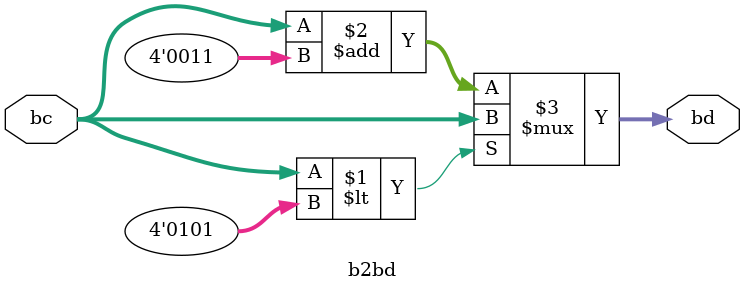
<source format=sv>
module b2bd(
		input [3:0] bc,
		output [3:0] bd
	);
	assign
	bd = (bc < 4'b0101) ? bc : bc + 4'b0011;
endmodule 
</source>
